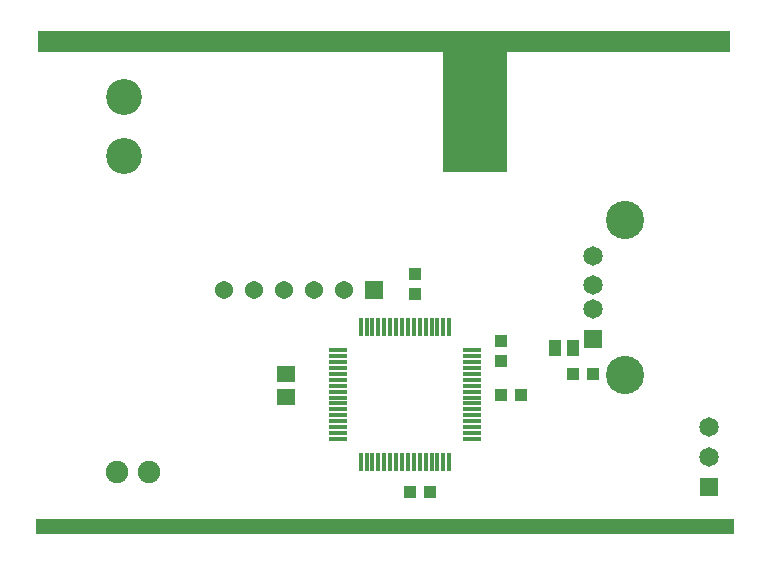
<source format=gbs>
G04 DipTrace 2.4.0.2*
%INusbcharger-bluetooth2.GBS*%
%MOIN*%
%ADD42C,0.075*%
%ADD64C,0.1197*%
%ADD68C,0.0606*%
%ADD70R,0.0606X0.0606*%
%ADD73R,0.0646X0.0134*%
%ADD74R,0.0134X0.0646*%
%ADD77C,0.0606*%
%ADD78R,0.0409X0.0547*%
%ADD83C,0.1276*%
%ADD84C,0.0646*%
%ADD85C,0.0646*%
%ADD86R,0.0646X0.0646*%
%ADD89R,0.0449X0.0409*%
%ADD92R,0.0409X0.0449*%
%ADD93R,0.0606X0.0528*%
%FSLAX44Y44*%
G04*
G70*
G90*
G75*
G01*
%LNBotMask*%
%LPD*%
D89*
X13125Y1375D3*
X12456D3*
X17875Y5313D3*
X18544D3*
D93*
X8313Y4563D3*
Y5311D3*
D92*
X12625Y8000D3*
Y8669D3*
D89*
X15500Y4625D3*
X16169D3*
D92*
X15500Y5750D3*
Y6419D3*
D86*
X22425Y1558D3*
D85*
Y2558D3*
Y3558D3*
D86*
X18563Y6502D3*
D84*
Y7486D3*
Y8274D3*
Y9258D3*
D83*
X19625Y5293D3*
Y10467D3*
D78*
X17284Y6188D3*
X17875D3*
D42*
X3750Y2063D3*
D77*
D3*
D42*
X2688D3*
D77*
D3*
D74*
X10813Y6875D3*
X11009D3*
X11206D3*
X11403D3*
X11600D3*
X11797D3*
X11994D3*
X12191D3*
X12387D3*
X12584D3*
X12781D3*
X12978D3*
X13175D3*
X13372D3*
X13569D3*
X13765D3*
D73*
X14533Y6107D3*
Y5911D3*
Y5714D3*
Y5517D3*
Y5320D3*
Y5123D3*
Y4926D3*
Y4730D3*
Y4533D3*
Y4336D3*
Y4139D3*
Y3942D3*
Y3745D3*
Y3548D3*
Y3352D3*
Y3155D3*
D74*
X13765Y2387D3*
X13569D3*
X13372D3*
X13175D3*
X12978D3*
X12781D3*
X12584D3*
X12387D3*
X12191D3*
X11994D3*
X11797D3*
X11600D3*
X11403D3*
X11206D3*
X11009D3*
X10813D3*
D73*
X10045Y3155D3*
Y3352D3*
Y3548D3*
Y3745D3*
Y3942D3*
Y4139D3*
Y4336D3*
Y4533D3*
Y4730D3*
Y4926D3*
Y5123D3*
Y5320D3*
Y5517D3*
Y5714D3*
Y5911D3*
Y6107D3*
D70*
X11251Y8126D3*
D68*
X10251D3*
X9251D3*
X8251D3*
X7251D3*
X6251D3*
D64*
X2937Y12580D3*
Y14549D3*
G36*
X63Y16750D2*
X23125D1*
Y16062D1*
X63D1*
Y16750D1*
G37*
G36*
X0Y500D2*
X23250D1*
Y0D1*
X0D1*
Y500D1*
G37*
G36*
X13562Y16750D2*
X15688D1*
Y12063D1*
X13562D1*
Y16750D1*
G37*
M02*

</source>
